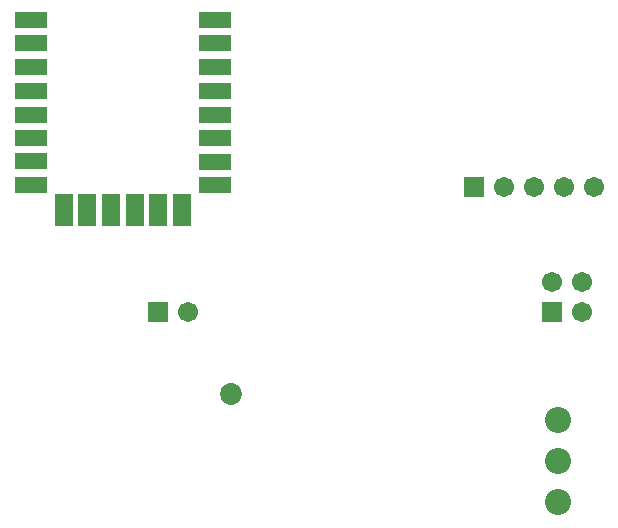
<source format=gbs>
G04 Layer_Color=16711935*
%FSLAX24Y24*%
%MOIN*%
G70*
G01*
G75*
%ADD117R,0.0671X0.0671*%
%ADD118C,0.0671*%
%ADD119R,0.1080X0.0530*%
%ADD120R,0.0630X0.1080*%
%ADD121C,0.0867*%
%ADD122C,0.0730*%
D117*
X11630Y16140D02*
D03*
X24770Y16160D02*
D03*
X22170Y20330D02*
D03*
D118*
X12630Y16140D02*
D03*
X25770Y17160D02*
D03*
Y16160D02*
D03*
X24770Y17160D02*
D03*
X26170Y20330D02*
D03*
X25170D02*
D03*
X24170D02*
D03*
X23170D02*
D03*
D119*
X7410Y21170D02*
D03*
X13560Y20370D02*
D03*
X7410Y25880D02*
D03*
Y25100D02*
D03*
Y24310D02*
D03*
Y23530D02*
D03*
Y22730D02*
D03*
Y21950D02*
D03*
Y20380D02*
D03*
X13560Y21160D02*
D03*
Y21940D02*
D03*
X13550Y22730D02*
D03*
Y23520D02*
D03*
Y24300D02*
D03*
Y25100D02*
D03*
Y25880D02*
D03*
D120*
X8510Y19560D02*
D03*
X9290D02*
D03*
X10070D02*
D03*
X10870D02*
D03*
X11650D02*
D03*
X12450D02*
D03*
D121*
X24980Y12556D02*
D03*
Y11178D02*
D03*
Y9800D02*
D03*
D122*
X14090Y13410D02*
D03*
M02*

</source>
